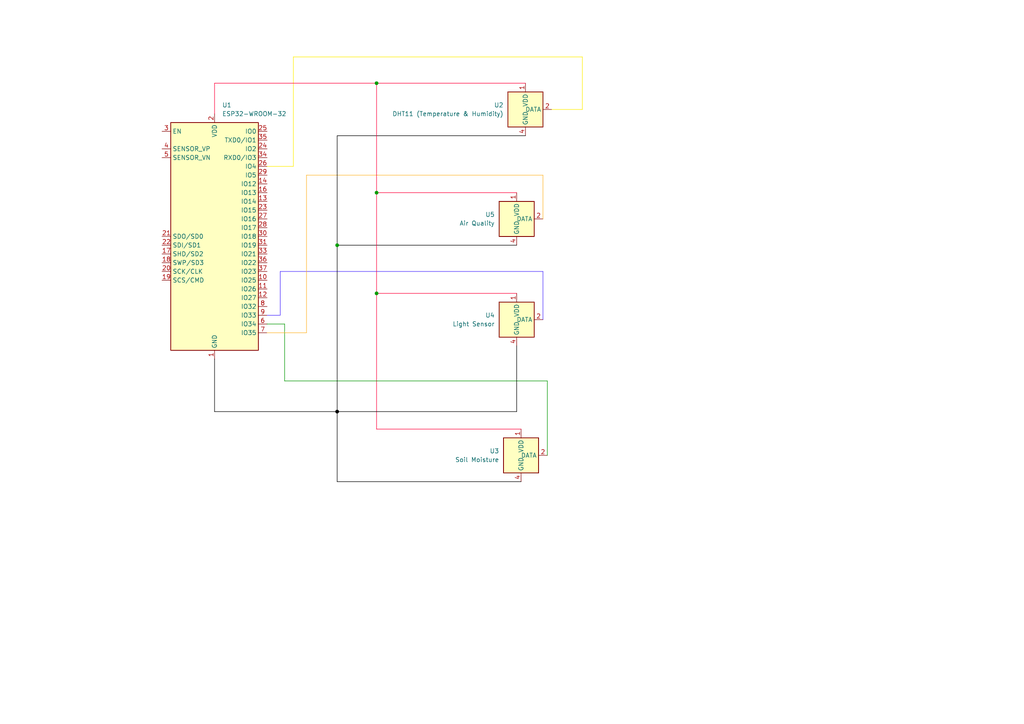
<source format=kicad_sch>
(kicad_sch (version 20230121) (generator eeschema)

  (uuid 6603abd5-bd78-4f78-ab96-0e755f540d7f)

  (paper "A4")

  (lib_symbols
    (symbol "RF_Module:ESP32-WROOM-32" (in_bom yes) (on_board yes)
      (property "Reference" "U" (at -12.7 34.29 0)
        (effects (font (size 1.27 1.27)) (justify left))
      )
      (property "Value" "ESP32-WROOM-32" (at 1.27 34.29 0)
        (effects (font (size 1.27 1.27)) (justify left))
      )
      (property "Footprint" "RF_Module:ESP32-WROOM-32" (at 0 -38.1 0)
        (effects (font (size 1.27 1.27)) hide)
      )
      (property "Datasheet" "https://www.espressif.com/sites/default/files/documentation/esp32-wroom-32_datasheet_en.pdf" (at -7.62 1.27 0)
        (effects (font (size 1.27 1.27)) hide)
      )
      (property "ki_keywords" "RF Radio BT ESP ESP32 Espressif onboard PCB antenna" (at 0 0 0)
        (effects (font (size 1.27 1.27)) hide)
      )
      (property "ki_description" "RF Module, ESP32-D0WDQ6 SoC, Wi-Fi 802.11b/g/n, Bluetooth, BLE, 32-bit, 2.7-3.6V, onboard antenna, SMD" (at 0 0 0)
        (effects (font (size 1.27 1.27)) hide)
      )
      (property "ki_fp_filters" "ESP32?WROOM?32*" (at 0 0 0)
        (effects (font (size 1.27 1.27)) hide)
      )
      (symbol "ESP32-WROOM-32_0_1"
        (rectangle (start -12.7 33.02) (end 12.7 -33.02)
          (stroke (width 0.254) (type default))
          (fill (type background))
        )
      )
      (symbol "ESP32-WROOM-32_1_1"
        (pin power_in line (at 0 -35.56 90) (length 2.54)
          (name "GND" (effects (font (size 1.27 1.27))))
          (number "1" (effects (font (size 1.27 1.27))))
        )
        (pin bidirectional line (at 15.24 -12.7 180) (length 2.54)
          (name "IO25" (effects (font (size 1.27 1.27))))
          (number "10" (effects (font (size 1.27 1.27))))
        )
        (pin bidirectional line (at 15.24 -15.24 180) (length 2.54)
          (name "IO26" (effects (font (size 1.27 1.27))))
          (number "11" (effects (font (size 1.27 1.27))))
        )
        (pin bidirectional line (at 15.24 -17.78 180) (length 2.54)
          (name "IO27" (effects (font (size 1.27 1.27))))
          (number "12" (effects (font (size 1.27 1.27))))
        )
        (pin bidirectional line (at 15.24 10.16 180) (length 2.54)
          (name "IO14" (effects (font (size 1.27 1.27))))
          (number "13" (effects (font (size 1.27 1.27))))
        )
        (pin bidirectional line (at 15.24 15.24 180) (length 2.54)
          (name "IO12" (effects (font (size 1.27 1.27))))
          (number "14" (effects (font (size 1.27 1.27))))
        )
        (pin passive line (at 0 -35.56 90) (length 2.54) hide
          (name "GND" (effects (font (size 1.27 1.27))))
          (number "15" (effects (font (size 1.27 1.27))))
        )
        (pin bidirectional line (at 15.24 12.7 180) (length 2.54)
          (name "IO13" (effects (font (size 1.27 1.27))))
          (number "16" (effects (font (size 1.27 1.27))))
        )
        (pin bidirectional line (at -15.24 -5.08 0) (length 2.54)
          (name "SHD/SD2" (effects (font (size 1.27 1.27))))
          (number "17" (effects (font (size 1.27 1.27))))
        )
        (pin bidirectional line (at -15.24 -7.62 0) (length 2.54)
          (name "SWP/SD3" (effects (font (size 1.27 1.27))))
          (number "18" (effects (font (size 1.27 1.27))))
        )
        (pin bidirectional line (at -15.24 -12.7 0) (length 2.54)
          (name "SCS/CMD" (effects (font (size 1.27 1.27))))
          (number "19" (effects (font (size 1.27 1.27))))
        )
        (pin power_in line (at 0 35.56 270) (length 2.54)
          (name "VDD" (effects (font (size 1.27 1.27))))
          (number "2" (effects (font (size 1.27 1.27))))
        )
        (pin bidirectional line (at -15.24 -10.16 0) (length 2.54)
          (name "SCK/CLK" (effects (font (size 1.27 1.27))))
          (number "20" (effects (font (size 1.27 1.27))))
        )
        (pin bidirectional line (at -15.24 0 0) (length 2.54)
          (name "SDO/SD0" (effects (font (size 1.27 1.27))))
          (number "21" (effects (font (size 1.27 1.27))))
        )
        (pin bidirectional line (at -15.24 -2.54 0) (length 2.54)
          (name "SDI/SD1" (effects (font (size 1.27 1.27))))
          (number "22" (effects (font (size 1.27 1.27))))
        )
        (pin bidirectional line (at 15.24 7.62 180) (length 2.54)
          (name "IO15" (effects (font (size 1.27 1.27))))
          (number "23" (effects (font (size 1.27 1.27))))
        )
        (pin bidirectional line (at 15.24 25.4 180) (length 2.54)
          (name "IO2" (effects (font (size 1.27 1.27))))
          (number "24" (effects (font (size 1.27 1.27))))
        )
        (pin bidirectional line (at 15.24 30.48 180) (length 2.54)
          (name "IO0" (effects (font (size 1.27 1.27))))
          (number "25" (effects (font (size 1.27 1.27))))
        )
        (pin bidirectional line (at 15.24 20.32 180) (length 2.54)
          (name "IO4" (effects (font (size 1.27 1.27))))
          (number "26" (effects (font (size 1.27 1.27))))
        )
        (pin bidirectional line (at 15.24 5.08 180) (length 2.54)
          (name "IO16" (effects (font (size 1.27 1.27))))
          (number "27" (effects (font (size 1.27 1.27))))
        )
        (pin bidirectional line (at 15.24 2.54 180) (length 2.54)
          (name "IO17" (effects (font (size 1.27 1.27))))
          (number "28" (effects (font (size 1.27 1.27))))
        )
        (pin bidirectional line (at 15.24 17.78 180) (length 2.54)
          (name "IO5" (effects (font (size 1.27 1.27))))
          (number "29" (effects (font (size 1.27 1.27))))
        )
        (pin input line (at -15.24 30.48 0) (length 2.54)
          (name "EN" (effects (font (size 1.27 1.27))))
          (number "3" (effects (font (size 1.27 1.27))))
        )
        (pin bidirectional line (at 15.24 0 180) (length 2.54)
          (name "IO18" (effects (font (size 1.27 1.27))))
          (number "30" (effects (font (size 1.27 1.27))))
        )
        (pin bidirectional line (at 15.24 -2.54 180) (length 2.54)
          (name "IO19" (effects (font (size 1.27 1.27))))
          (number "31" (effects (font (size 1.27 1.27))))
        )
        (pin no_connect line (at -12.7 -27.94 0) (length 2.54) hide
          (name "NC" (effects (font (size 1.27 1.27))))
          (number "32" (effects (font (size 1.27 1.27))))
        )
        (pin bidirectional line (at 15.24 -5.08 180) (length 2.54)
          (name "IO21" (effects (font (size 1.27 1.27))))
          (number "33" (effects (font (size 1.27 1.27))))
        )
        (pin bidirectional line (at 15.24 22.86 180) (length 2.54)
          (name "RXD0/IO3" (effects (font (size 1.27 1.27))))
          (number "34" (effects (font (size 1.27 1.27))))
        )
        (pin bidirectional line (at 15.24 27.94 180) (length 2.54)
          (name "TXD0/IO1" (effects (font (size 1.27 1.27))))
          (number "35" (effects (font (size 1.27 1.27))))
        )
        (pin bidirectional line (at 15.24 -7.62 180) (length 2.54)
          (name "IO22" (effects (font (size 1.27 1.27))))
          (number "36" (effects (font (size 1.27 1.27))))
        )
        (pin bidirectional line (at 15.24 -10.16 180) (length 2.54)
          (name "IO23" (effects (font (size 1.27 1.27))))
          (number "37" (effects (font (size 1.27 1.27))))
        )
        (pin passive line (at 0 -35.56 90) (length 2.54) hide
          (name "GND" (effects (font (size 1.27 1.27))))
          (number "38" (effects (font (size 1.27 1.27))))
        )
        (pin passive line (at 0 -35.56 90) (length 2.54) hide
          (name "GND" (effects (font (size 1.27 1.27))))
          (number "39" (effects (font (size 1.27 1.27))))
        )
        (pin input line (at -15.24 25.4 0) (length 2.54)
          (name "SENSOR_VP" (effects (font (size 1.27 1.27))))
          (number "4" (effects (font (size 1.27 1.27))))
        )
        (pin input line (at -15.24 22.86 0) (length 2.54)
          (name "SENSOR_VN" (effects (font (size 1.27 1.27))))
          (number "5" (effects (font (size 1.27 1.27))))
        )
        (pin input line (at 15.24 -25.4 180) (length 2.54)
          (name "IO34" (effects (font (size 1.27 1.27))))
          (number "6" (effects (font (size 1.27 1.27))))
        )
        (pin input line (at 15.24 -27.94 180) (length 2.54)
          (name "IO35" (effects (font (size 1.27 1.27))))
          (number "7" (effects (font (size 1.27 1.27))))
        )
        (pin bidirectional line (at 15.24 -20.32 180) (length 2.54)
          (name "IO32" (effects (font (size 1.27 1.27))))
          (number "8" (effects (font (size 1.27 1.27))))
        )
        (pin bidirectional line (at 15.24 -22.86 180) (length 2.54)
          (name "IO33" (effects (font (size 1.27 1.27))))
          (number "9" (effects (font (size 1.27 1.27))))
        )
      )
    )
    (symbol "Sensor:DHT11" (in_bom yes) (on_board yes)
      (property "Reference" "U" (at -3.81 6.35 0)
        (effects (font (size 1.27 1.27)))
      )
      (property "Value" "DHT11" (at 3.81 6.35 0)
        (effects (font (size 1.27 1.27)))
      )
      (property "Footprint" "Sensor:Aosong_DHT11_5.5x12.0_P2.54mm" (at 0 -10.16 0)
        (effects (font (size 1.27 1.27)) hide)
      )
      (property "Datasheet" "http://akizukidenshi.com/download/ds/aosong/DHT11.pdf" (at 3.81 6.35 0)
        (effects (font (size 1.27 1.27)) hide)
      )
      (property "ki_keywords" "digital sensor" (at 0 0 0)
        (effects (font (size 1.27 1.27)) hide)
      )
      (property "ki_description" "3.3V to 5.5V, temperature and humidity module, DHT11" (at 0 0 0)
        (effects (font (size 1.27 1.27)) hide)
      )
      (property "ki_fp_filters" "Aosong*DHT11*5.5x12.0*P2.54mm*" (at 0 0 0)
        (effects (font (size 1.27 1.27)) hide)
      )
      (symbol "DHT11_0_1"
        (rectangle (start -5.08 5.08) (end 5.08 -5.08)
          (stroke (width 0.254) (type default))
          (fill (type background))
        )
      )
      (symbol "DHT11_1_1"
        (pin power_in line (at 0 7.62 270) (length 2.54)
          (name "VDD" (effects (font (size 1.27 1.27))))
          (number "1" (effects (font (size 1.27 1.27))))
        )
        (pin bidirectional line (at 7.62 0 180) (length 2.54)
          (name "DATA" (effects (font (size 1.27 1.27))))
          (number "2" (effects (font (size 1.27 1.27))))
        )
        (pin no_connect line (at -5.08 0 0) (length 2.54) hide
          (name "NC" (effects (font (size 1.27 1.27))))
          (number "3" (effects (font (size 1.27 1.27))))
        )
        (pin power_in line (at 0 -7.62 90) (length 2.54)
          (name "GND" (effects (font (size 1.27 1.27))))
          (number "4" (effects (font (size 1.27 1.27))))
        )
      )
    )
  )

  (junction (at 109.22 24.13) (diameter 0) (color 0 0 0 0)
    (uuid 11d835a0-b4dc-454e-9231-8c73bfda0d04)
  )
  (junction (at 109.22 85.09) (diameter 0) (color 0 0 0 0)
    (uuid 1a46ed09-aad5-4683-b403-4e3b25697125)
  )
  (junction (at 97.79 71.12) (diameter 0) (color 0 0 0 0)
    (uuid 882fda56-ed07-4852-919c-58ffdbd90636)
  )
  (junction (at 97.79 119.38) (diameter 0) (color 0 0 0 1)
    (uuid cad69c6d-af9c-4064-829d-2be97dad6183)
  )
  (junction (at 109.22 55.88) (diameter 0) (color 0 0 0 0)
    (uuid ef54d710-9b0a-481b-9cb7-f2b92ed5d8f2)
  )

  (wire (pts (xy 97.79 39.37) (xy 97.79 71.12))
    (stroke (width 0) (type default) (color 0 0 0 1))
    (uuid 034d2133-4995-4207-99d5-4042d5d5b4b2)
  )
  (wire (pts (xy 82.55 110.49) (xy 82.55 93.98))
    (stroke (width 0) (type default))
    (uuid 0406d82f-c7c8-4751-b50d-e085ed791d78)
  )
  (wire (pts (xy 82.55 93.98) (xy 77.47 93.98))
    (stroke (width 0) (type default))
    (uuid 25bb550b-cd46-471c-bd53-4151da7a708f)
  )
  (wire (pts (xy 88.9 96.52) (xy 77.47 96.52))
    (stroke (width 0) (type default) (color 255 180 40 1))
    (uuid 26d1e9c6-828d-4f5c-90d4-1b97563a18ed)
  )
  (wire (pts (xy 97.79 39.37) (xy 152.4 39.37))
    (stroke (width 0) (type default) (color 0 0 0 1))
    (uuid 310ebd8c-591f-421d-950a-f3d4c3adaca7)
  )
  (wire (pts (xy 85.09 48.26) (xy 77.47 48.26))
    (stroke (width 0) (type default) (color 255 238 0 1))
    (uuid 3118e9a4-7bab-4f8a-a671-189dd88d5bc6)
  )
  (wire (pts (xy 81.28 78.74) (xy 81.28 91.44))
    (stroke (width 0) (type default) (color 73 43 255 1))
    (uuid 3b876fd8-c98b-4ca6-adc4-61feaeeae99e)
  )
  (wire (pts (xy 109.22 85.09) (xy 149.86 85.09))
    (stroke (width 0) (type default) (color 255 1 57 1))
    (uuid 4005aa58-0e6b-4222-9468-330e389ee160)
  )
  (wire (pts (xy 158.75 110.49) (xy 82.55 110.49))
    (stroke (width 0) (type default))
    (uuid 42b36c33-e92c-456a-beaf-2b9e529614c4)
  )
  (wire (pts (xy 97.79 119.38) (xy 149.86 119.38))
    (stroke (width 0) (type default) (color 0 0 0 1))
    (uuid 459e5b08-dfa8-4f67-8840-e75d906dd065)
  )
  (wire (pts (xy 81.28 91.44) (xy 77.47 91.44))
    (stroke (width 0) (type default) (color 73 43 255 1))
    (uuid 5d15053d-6ef7-4a1b-98e6-1a026db7d39e)
  )
  (wire (pts (xy 168.91 31.75) (xy 168.91 16.51))
    (stroke (width 0) (type default) (color 255 238 0 1))
    (uuid 5fa98128-0442-47af-9fe9-8d4666694690)
  )
  (wire (pts (xy 97.79 71.12) (xy 149.86 71.12))
    (stroke (width 0) (type default) (color 0 0 0 1))
    (uuid 6230fc8e-cccb-4cb3-9f1a-06f8cd94ae7c)
  )
  (wire (pts (xy 62.23 24.13) (xy 62.23 33.02))
    (stroke (width 0) (type default) (color 255 1 57 1))
    (uuid 66c5c792-8169-4e54-b2cd-f232ed13cd96)
  )
  (wire (pts (xy 109.22 124.46) (xy 151.13 124.46))
    (stroke (width 0) (type default) (color 255 1 57 1))
    (uuid 6f6441c7-564f-4ce1-a150-7f01501e6f07)
  )
  (wire (pts (xy 62.23 104.14) (xy 62.23 119.38))
    (stroke (width 0) (type default) (color 0 0 0 1))
    (uuid 75b473f5-5c10-4082-b397-74e1fcca7924)
  )
  (wire (pts (xy 88.9 50.8) (xy 88.9 96.52))
    (stroke (width 0) (type default) (color 255 180 40 1))
    (uuid 78054764-3560-4093-9961-8072fa219c64)
  )
  (wire (pts (xy 109.22 55.88) (xy 149.86 55.88))
    (stroke (width 0) (type default) (color 255 1 57 1))
    (uuid 8162bcb9-5873-4d96-8186-094e1d4856ad)
  )
  (wire (pts (xy 62.23 24.13) (xy 109.22 24.13))
    (stroke (width 0) (type default) (color 255 1 57 1))
    (uuid 85c09efa-b086-480c-9580-d6b35fb6c163)
  )
  (wire (pts (xy 157.48 63.5) (xy 157.48 50.8))
    (stroke (width 0) (type default) (color 255 180 40 1))
    (uuid 9ccc8444-e217-4d92-8ab8-3b84c29c496f)
  )
  (wire (pts (xy 62.23 119.38) (xy 97.79 119.38))
    (stroke (width 0) (type default) (color 0 0 0 1))
    (uuid ac7e91df-d980-4dc7-bedb-c46b7e88cbee)
  )
  (wire (pts (xy 109.22 85.09) (xy 109.22 124.46))
    (stroke (width 0) (type default) (color 255 1 57 1))
    (uuid b1dd84bd-0028-4253-adf3-b856af50f720)
  )
  (wire (pts (xy 160.02 31.75) (xy 168.91 31.75))
    (stroke (width 0) (type default) (color 255 238 0 1))
    (uuid bde14632-0aeb-400c-a125-8ed9453d17eb)
  )
  (wire (pts (xy 97.79 71.12) (xy 97.79 119.38))
    (stroke (width 0) (type default) (color 0 0 0 1))
    (uuid c0e64989-95e3-4e32-b318-d82f2652430f)
  )
  (wire (pts (xy 157.48 50.8) (xy 88.9 50.8))
    (stroke (width 0) (type default) (color 255 180 40 1))
    (uuid c2296e19-1123-4ea2-ae54-06a4944acd34)
  )
  (wire (pts (xy 109.22 24.13) (xy 109.22 55.88))
    (stroke (width 0) (type default) (color 255 1 57 1))
    (uuid c33ebdf0-89c3-4d78-9aa8-b058e075bbde)
  )
  (wire (pts (xy 85.09 16.51) (xy 85.09 48.26))
    (stroke (width 0) (type default) (color 255 238 0 1))
    (uuid c7c331b3-4edb-42a4-bb91-1c5783cfe590)
  )
  (wire (pts (xy 149.86 119.38) (xy 149.86 100.33))
    (stroke (width 0) (type default) (color 0 0 0 1))
    (uuid c8cacade-260c-448a-a3ce-b037a37a36f1)
  )
  (wire (pts (xy 97.79 119.38) (xy 97.79 139.7))
    (stroke (width 0) (type default) (color 0 0 0 1))
    (uuid d50695e6-fb79-4076-9fd9-dcffecbc813d)
  )
  (wire (pts (xy 168.91 16.51) (xy 85.09 16.51))
    (stroke (width 0) (type default) (color 255 238 0 1))
    (uuid dd151127-5867-484c-893c-3e00de757fa6)
  )
  (wire (pts (xy 157.48 92.71) (xy 157.48 78.74))
    (stroke (width 0) (type default) (color 73 43 255 1))
    (uuid e4f41336-b14a-449d-8f15-1ce37dcfecad)
  )
  (wire (pts (xy 109.22 55.88) (xy 109.22 85.09))
    (stroke (width 0) (type default) (color 255 1 57 1))
    (uuid e6a54607-85b1-4475-ae62-1e5b68bb87c4)
  )
  (wire (pts (xy 157.48 78.74) (xy 81.28 78.74))
    (stroke (width 0) (type default) (color 73 43 255 1))
    (uuid eb2df27e-b7a3-4ad3-81cb-fe26f699f04b)
  )
  (wire (pts (xy 152.4 24.13) (xy 109.22 24.13))
    (stroke (width 0) (type default) (color 255 1 57 1))
    (uuid efbfe44d-63cf-495b-915d-b6a1543786e4)
  )
  (wire (pts (xy 97.79 139.7) (xy 151.13 139.7))
    (stroke (width 0) (type default) (color 0 0 0 1))
    (uuid f6ec4dea-29ea-4a9c-a4e8-21a2dc590706)
  )
  (wire (pts (xy 158.75 132.08) (xy 158.75 110.49))
    (stroke (width 0) (type default))
    (uuid f89e30d7-9ddb-4dd4-a963-574ec09b1c78)
  )

  (symbol (lib_id "Sensor:DHT11") (at 149.86 63.5 0) (unit 1)
    (in_bom yes) (on_board yes) (dnp no) (fields_autoplaced)
    (uuid 02ff73fb-f27f-409b-998a-f9c708ae2acf)
    (property "Reference" "U5" (at 143.51 62.23 0)
      (effects (font (size 1.27 1.27)) (justify right))
    )
    (property "Value" "Air Quality" (at 143.51 64.77 0)
      (effects (font (size 1.27 1.27)) (justify right))
    )
    (property "Footprint" "Sensor:Aosong_DHT11_5.5x12.0_P2.54mm" (at 149.86 73.66 0)
      (effects (font (size 1.27 1.27)) hide)
    )
    (property "Datasheet" "http://akizukidenshi.com/download/ds/aosong/DHT11.pdf" (at 153.67 57.15 0)
      (effects (font (size 1.27 1.27)) hide)
    )
    (pin "4" (uuid ac1e1ad7-b9b7-4209-a567-18fdd4674339))
    (pin "1" (uuid 8d58286b-15df-40cf-97f3-344737adc0ca))
    (pin "2" (uuid 7327a3c1-2ba9-464f-9eaa-13ae75d2346f))
    (pin "3" (uuid 8916db45-2760-4b4b-bd30-20d49b5e3513))
    (instances
      (project "kh25"
        (path "/6603abd5-bd78-4f78-ab96-0e755f540d7f"
          (reference "U5") (unit 1)
        )
      )
    )
  )

  (symbol (lib_id "Sensor:DHT11") (at 152.4 31.75 0) (unit 1)
    (in_bom yes) (on_board yes) (dnp no) (fields_autoplaced)
    (uuid 1e5db386-cf20-4bb0-99f0-0e0f179d64c9)
    (property "Reference" "U2" (at 146.05 30.48 0)
      (effects (font (size 1.27 1.27)) (justify right))
    )
    (property "Value" "DHT11 (Temperature & Humidity)" (at 146.05 33.02 0)
      (effects (font (size 1.27 1.27)) (justify right))
    )
    (property "Footprint" "Sensor:Aosong_DHT11_5.5x12.0_P2.54mm" (at 152.4 41.91 0)
      (effects (font (size 1.27 1.27)) hide)
    )
    (property "Datasheet" "http://akizukidenshi.com/download/ds/aosong/DHT11.pdf" (at 156.21 25.4 0)
      (effects (font (size 1.27 1.27)) hide)
    )
    (pin "4" (uuid 8591a44c-805a-4fab-9c2d-5405a41a8aef))
    (pin "3" (uuid 46c7109e-bfcc-41d7-b73b-400411a71385))
    (pin "1" (uuid 582683dd-af4d-43d4-8b68-6ca0c04da125))
    (pin "2" (uuid b3b588d2-2fd3-42e5-9ac2-fe31609b8657))
    (instances
      (project "kh25"
        (path "/6603abd5-bd78-4f78-ab96-0e755f540d7f"
          (reference "U2") (unit 1)
        )
      )
    )
  )

  (symbol (lib_id "RF_Module:ESP32-WROOM-32") (at 62.23 68.58 0) (unit 1)
    (in_bom yes) (on_board yes) (dnp no) (fields_autoplaced)
    (uuid a3fe5346-fa29-4349-89e8-4e79cd1a10b9)
    (property "Reference" "U1" (at 64.4241 30.48 0)
      (effects (font (size 1.27 1.27)) (justify left))
    )
    (property "Value" "ESP32-WROOM-32" (at 64.4241 33.02 0)
      (effects (font (size 1.27 1.27)) (justify left))
    )
    (property "Footprint" "RF_Module:ESP32-WROOM-32" (at 62.23 106.68 0)
      (effects (font (size 1.27 1.27)) hide)
    )
    (property "Datasheet" "https://www.espressif.com/sites/default/files/documentation/esp32-wroom-32_datasheet_en.pdf" (at 54.61 67.31 0)
      (effects (font (size 1.27 1.27)) hide)
    )
    (pin "18" (uuid 9ccefdd3-71a5-4588-ba40-0de7d25d79db))
    (pin "27" (uuid 889f3495-75f4-4727-9fa0-08c0330f184a))
    (pin "36" (uuid c93e5a07-c3b6-4aea-8cbf-4c75ae04b8b6))
    (pin "30" (uuid 3c56a90b-6cb9-494a-8432-1c43912f5dc5))
    (pin "32" (uuid 0208db0e-3b68-4840-b5b8-2c7cf506d70b))
    (pin "33" (uuid f665abca-1efc-4a47-a0b6-5ca81aed38ce))
    (pin "38" (uuid f5f68bfb-3381-4233-b42e-94917ba79ea6))
    (pin "7" (uuid 74521edc-6c81-4542-90a5-f9efdff022d2))
    (pin "21" (uuid 62ba556a-e09f-4ebe-a64f-3f8500ca0cd1))
    (pin "35" (uuid 731087b1-e8f0-4637-864c-a0f5091033a4))
    (pin "26" (uuid 8049442b-4b3c-49b3-bfbe-4f0b879fe758))
    (pin "19" (uuid 798a92d0-dba5-4411-beac-4d935af85966))
    (pin "8" (uuid 1b32bb6c-ed78-4652-bfee-161ad0d5850e))
    (pin "13" (uuid b3795989-2715-4374-8d27-18ca18d49e92))
    (pin "15" (uuid a55046e9-9753-43c5-9ad9-cf93dc76538b))
    (pin "16" (uuid a6960653-4d7a-4765-8773-526f3d54f57c))
    (pin "3" (uuid 8c69ea25-620b-4eda-b272-e9111e19c8c1))
    (pin "12" (uuid c8e6aaaa-8a72-49fc-8f6e-fa9952757c41))
    (pin "2" (uuid 59368fd0-5d4b-4dc7-bcb7-831a64c61f91))
    (pin "28" (uuid d4588554-3f6b-41a8-9f2a-e78813a0a85e))
    (pin "25" (uuid 4b98e513-1c2e-47d3-8dc0-f0c3be78ab6f))
    (pin "17" (uuid 1fcb6d56-2c95-4989-b4ef-55bca9a04ffb))
    (pin "20" (uuid 29a871db-12aa-4df1-9e84-df6a6b21fe54))
    (pin "1" (uuid aefdafdb-6e67-421b-a22e-bf08048af979))
    (pin "34" (uuid c1290377-2160-4a3a-9304-4cc9c9a14390))
    (pin "29" (uuid 39b3a6f0-b011-4823-93d1-c8f0133a03e6))
    (pin "37" (uuid 52ffa207-cd0a-499d-ba03-8a911b1d1d1c))
    (pin "5" (uuid 27abc793-4b76-4704-8800-421bc8a60279))
    (pin "6" (uuid 8469cdaa-567d-420a-ba6d-e6b6ac87b539))
    (pin "4" (uuid dba7f2f3-6407-4e2b-8644-35d9a25f2d7c))
    (pin "9" (uuid 14ec1b28-4445-4985-9ae4-895c47510658))
    (pin "10" (uuid f062eda0-7259-4b34-8156-02e212aa1630))
    (pin "23" (uuid 737c02c6-3401-4d68-b996-f881a4559ecb))
    (pin "22" (uuid 8af6af33-58e5-4ba9-9f58-6d34ba6898e2))
    (pin "31" (uuid 9a55e3ea-4682-4e65-af35-e6b7b300d021))
    (pin "11" (uuid 88622d1a-2c18-4bbf-aee4-1ca613735839))
    (pin "14" (uuid fac7fe46-4034-4b91-b001-505568970e54))
    (pin "39" (uuid c3921d80-1b4b-4583-b1e5-65c04091a23c))
    (pin "24" (uuid 9aaf7937-99c7-4092-b267-23d6a3c3ac91))
    (instances
      (project "kh25"
        (path "/6603abd5-bd78-4f78-ab96-0e755f540d7f"
          (reference "U1") (unit 1)
        )
      )
    )
  )

  (symbol (lib_id "Sensor:DHT11") (at 149.86 92.71 0) (unit 1)
    (in_bom yes) (on_board yes) (dnp no) (fields_autoplaced)
    (uuid ca984ee2-e1e4-496c-8bd6-a029048a39ed)
    (property "Reference" "U4" (at 143.51 91.44 0)
      (effects (font (size 1.27 1.27)) (justify right))
    )
    (property "Value" "Light Sensor" (at 143.51 93.98 0)
      (effects (font (size 1.27 1.27)) (justify right))
    )
    (property "Footprint" "Sensor:Aosong_DHT11_5.5x12.0_P2.54mm" (at 149.86 102.87 0)
      (effects (font (size 1.27 1.27)) hide)
    )
    (property "Datasheet" "http://akizukidenshi.com/download/ds/aosong/DHT11.pdf" (at 153.67 86.36 0)
      (effects (font (size 1.27 1.27)) hide)
    )
    (pin "4" (uuid be9bb885-0b09-410f-81c5-2a2af7ae780f))
    (pin "1" (uuid 89947e4f-d80b-4604-b4d1-a125b6658b1a))
    (pin "2" (uuid b9303539-4023-49e4-8d4b-fc66b49b305a))
    (pin "3" (uuid 0236bf63-feee-4413-ba1b-2354f49b68e2))
    (instances
      (project "kh25"
        (path "/6603abd5-bd78-4f78-ab96-0e755f540d7f"
          (reference "U4") (unit 1)
        )
      )
    )
  )

  (symbol (lib_id "Sensor:DHT11") (at 151.13 132.08 0) (unit 1)
    (in_bom yes) (on_board yes) (dnp no) (fields_autoplaced)
    (uuid f0e1d66a-6893-4944-87ee-4f5877d8a77a)
    (property "Reference" "U3" (at 144.78 130.81 0)
      (effects (font (size 1.27 1.27)) (justify right))
    )
    (property "Value" "Soil Moisture" (at 144.78 133.35 0)
      (effects (font (size 1.27 1.27)) (justify right))
    )
    (property "Footprint" "Sensor:Aosong_DHT11_5.5x12.0_P2.54mm" (at 151.13 142.24 0)
      (effects (font (size 1.27 1.27)) hide)
    )
    (property "Datasheet" "http://akizukidenshi.com/download/ds/aosong/DHT11.pdf" (at 154.94 125.73 0)
      (effects (font (size 1.27 1.27)) hide)
    )
    (pin "4" (uuid 079ac6a8-9315-44cb-833a-970a1c8f97e7))
    (pin "1" (uuid 0a5c7d46-7203-4b4f-a4b4-080b00ed880e))
    (pin "2" (uuid 6fd7100a-7796-4b9c-b0c2-a882a7a03ffe))
    (pin "3" (uuid 935bc2c9-8b9c-429d-b452-fa3e0fa809c0))
    (instances
      (project "kh25"
        (path "/6603abd5-bd78-4f78-ab96-0e755f540d7f"
          (reference "U3") (unit 1)
        )
      )
    )
  )

  (sheet_instances
    (path "/" (page "1"))
  )
)

</source>
